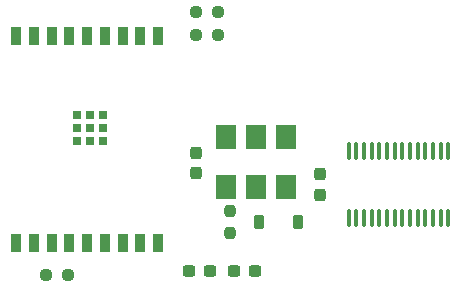
<source format=gtp>
G04 #@! TF.GenerationSoftware,KiCad,Pcbnew,8.0.4*
G04 #@! TF.CreationDate,2024-08-01T12:17:22+02:00*
G04 #@! TF.ProjectId,UPET-Wifi,55504554-2d57-4696-9669-2e6b69636164,rev?*
G04 #@! TF.SameCoordinates,Original*
G04 #@! TF.FileFunction,Paste,Top*
G04 #@! TF.FilePolarity,Positive*
%FSLAX46Y46*%
G04 Gerber Fmt 4.6, Leading zero omitted, Abs format (unit mm)*
G04 Created by KiCad (PCBNEW 8.0.4) date 2024-08-01 12:17:22*
%MOMM*%
%LPD*%
G01*
G04 APERTURE LIST*
G04 Aperture macros list*
%AMRoundRect*
0 Rectangle with rounded corners*
0 $1 Rounding radius*
0 $2 $3 $4 $5 $6 $7 $8 $9 X,Y pos of 4 corners*
0 Add a 4 corners polygon primitive as box body*
4,1,4,$2,$3,$4,$5,$6,$7,$8,$9,$2,$3,0*
0 Add four circle primitives for the rounded corners*
1,1,$1+$1,$2,$3*
1,1,$1+$1,$4,$5*
1,1,$1+$1,$6,$7*
1,1,$1+$1,$8,$9*
0 Add four rect primitives between the rounded corners*
20,1,$1+$1,$2,$3,$4,$5,0*
20,1,$1+$1,$4,$5,$6,$7,0*
20,1,$1+$1,$6,$7,$8,$9,0*
20,1,$1+$1,$8,$9,$2,$3,0*%
G04 Aperture macros list end*
%ADD10RoundRect,0.237500X-0.237500X0.250000X-0.237500X-0.250000X0.237500X-0.250000X0.237500X0.250000X0*%
%ADD11R,0.700000X0.700000*%
%ADD12R,0.900000X1.500000*%
%ADD13RoundRect,0.237500X-0.250000X-0.237500X0.250000X-0.237500X0.250000X0.237500X-0.250000X0.237500X0*%
%ADD14RoundRect,0.225000X0.225000X0.375000X-0.225000X0.375000X-0.225000X-0.375000X0.225000X-0.375000X0*%
%ADD15RoundRect,0.237500X0.237500X-0.300000X0.237500X0.300000X-0.237500X0.300000X-0.237500X-0.300000X0*%
%ADD16RoundRect,0.237500X-0.300000X-0.237500X0.300000X-0.237500X0.300000X0.237500X-0.300000X0.237500X0*%
%ADD17RoundRect,0.100000X0.100000X-0.637500X0.100000X0.637500X-0.100000X0.637500X-0.100000X-0.637500X0*%
%ADD18RoundRect,0.237500X0.300000X0.237500X-0.300000X0.237500X-0.300000X-0.237500X0.300000X-0.237500X0*%
%ADD19R,1.800000X2.000000*%
G04 APERTURE END LIST*
D10*
X136207500Y-101005000D03*
X136207500Y-102830000D03*
D11*
X123242500Y-95072500D03*
X124342500Y-95072500D03*
X125442500Y-95072500D03*
X123242500Y-93972500D03*
X124342500Y-93972500D03*
X125442500Y-93972500D03*
X123242500Y-92872500D03*
X124342500Y-92872500D03*
X125442500Y-92872500D03*
D12*
X118142500Y-103682500D03*
X119642500Y-103682500D03*
X121142500Y-103682500D03*
X122642500Y-103682500D03*
X124142500Y-103682500D03*
X125642500Y-103682500D03*
X127142500Y-103682500D03*
X128642500Y-103682500D03*
X130142500Y-103682500D03*
X130142500Y-86182500D03*
X128642500Y-86182500D03*
X127142500Y-86182500D03*
X125642500Y-86182500D03*
X124142500Y-86182500D03*
X122642500Y-86182500D03*
X121142500Y-86182500D03*
X119642500Y-86182500D03*
X118142500Y-86182500D03*
D13*
X133390000Y-84137500D03*
X135215000Y-84137500D03*
X133390000Y-86042500D03*
X135215000Y-86042500D03*
D14*
X141985000Y-101917500D03*
X138685000Y-101917500D03*
D13*
X122515000Y-106362500D03*
X120690000Y-106362500D03*
D15*
X143827500Y-99605000D03*
X143827500Y-97880000D03*
D16*
X136615000Y-106045000D03*
X138340000Y-106045000D03*
D17*
X146270000Y-101605000D03*
X146920000Y-101605000D03*
X147570000Y-101605000D03*
X148220000Y-101605000D03*
X148870000Y-101605000D03*
X149520000Y-101605000D03*
X150170000Y-101605000D03*
X150820000Y-101605000D03*
X151470000Y-101605000D03*
X152120000Y-101605000D03*
X152770000Y-101605000D03*
X153420000Y-101605000D03*
X154070000Y-101605000D03*
X154720000Y-101605000D03*
X154720000Y-95880000D03*
X154070000Y-95880000D03*
X153420000Y-95880000D03*
X152770000Y-95880000D03*
X152120000Y-95880000D03*
X151470000Y-95880000D03*
X150820000Y-95880000D03*
X150170000Y-95880000D03*
X149520000Y-95880000D03*
X148870000Y-95880000D03*
X148220000Y-95880000D03*
X147570000Y-95880000D03*
X146920000Y-95880000D03*
X146270000Y-95880000D03*
D18*
X134530000Y-106045000D03*
X132805000Y-106045000D03*
D19*
X135890000Y-98937500D03*
X138430000Y-98937500D03*
X140970000Y-98937500D03*
X140970000Y-94737500D03*
X138430000Y-94737500D03*
X135890000Y-94737500D03*
D15*
X133350000Y-97790000D03*
X133350000Y-96065000D03*
M02*

</source>
